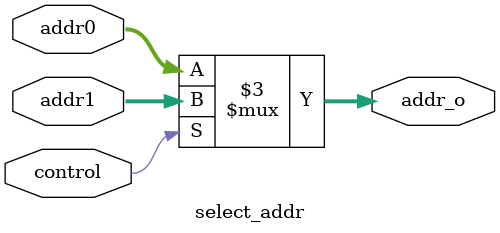
<source format=v>
module select_addr(
							//input
							control,
							addr0,
							addr1,
							//output
							addr_o
						 );

input control;
input [4:0] addr0;
input [4:0] addr1;
output reg [4:0]	addr_o;
					 
always@(*) begin
	addr_o <= (control == 1'b0) ? addr0 : addr1;
end

endmodule
	 
</source>
